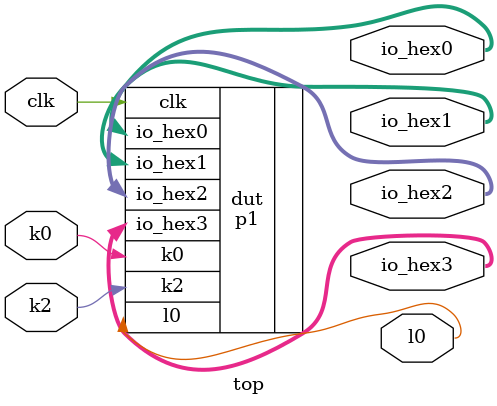
<source format=sv>
/* verilator lint_off UNUSED */
module top (
    input logic clk,
    input logic k0,
    input logic k2,
    output logic l0,
    
    output logic [6:0] io_hex0, 
    output logic [6:0] io_hex1, 
    output logic [6:0] io_hex2, 
    output logic [6:0] io_hex3 
);

    logic  go_l, done;
    logic [7:0] inA, sum, tbSum, dsSum;

p1 dut (
   .clk(clk),
   .k0(k0),
   .k2(k2),
   .l0(l0),
    
   .io_hex0 (io_hex0), 
   .io_hex1 (io_hex1), 
   .io_hex2 (io_hex2), 
   .io_hex3 (io_hex3)
);

 
endmodule


</source>
